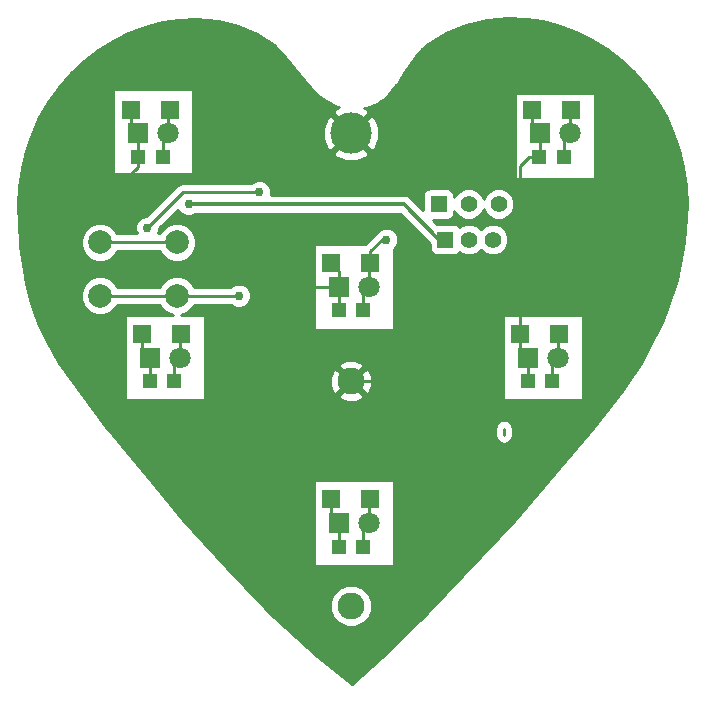
<source format=gtl>
G04 #@! TF.FileFunction,Copper,L1,Top,Signal*
%FSLAX46Y46*%
G04 Gerber Fmt 4.6, Leading zero omitted, Abs format (unit mm)*
G04 Created by KiCad (PCBNEW 4.0.7-e2-6376~58~ubuntu16.04.1) date Wed Mar 21 20:34:55 2018*
%MOMM*%
%LPD*%
G01*
G04 APERTURE LIST*
%ADD10C,0.100000*%
%ADD11R,1.198880X1.198880*%
%ADD12C,2.286000*%
%ADD13R,1.800000X1.800000*%
%ADD14C,1.800000*%
%ADD15R,1.500000X1.500000*%
%ADD16R,1.397000X1.397000*%
%ADD17C,1.397000*%
%ADD18C,2.000000*%
%ADD19C,3.500000*%
%ADD20C,0.762000*%
%ADD21C,0.254000*%
%ADD22C,0.350000*%
G04 APERTURE END LIST*
D10*
D11*
X131049020Y-131000000D03*
X128950980Y-131000000D03*
X131049020Y-111000000D03*
X128950980Y-111000000D03*
X115049020Y-117000000D03*
X112950980Y-117000000D03*
X147049020Y-117000000D03*
X144950980Y-117000000D03*
X114049020Y-98000000D03*
X111950980Y-98000000D03*
X148049020Y-98000000D03*
X145950980Y-98000000D03*
D12*
X130000000Y-117000000D03*
X130000000Y-136000000D03*
D13*
X129000000Y-129000000D03*
D14*
X131540000Y-129000000D03*
D13*
X129000000Y-109000000D03*
D14*
X131540000Y-109000000D03*
D13*
X113000000Y-115000000D03*
D14*
X115540000Y-115000000D03*
D13*
X145000000Y-115000000D03*
D14*
X147540000Y-115000000D03*
D13*
X112000000Y-96000000D03*
D14*
X114540000Y-96000000D03*
D13*
X146000000Y-96000000D03*
D14*
X148540000Y-96000000D03*
D15*
X131650000Y-127000000D03*
X128350000Y-127000000D03*
X131650000Y-107000000D03*
X128350000Y-107000000D03*
X115650000Y-113000000D03*
X112350000Y-113000000D03*
X147650000Y-113000000D03*
X144350000Y-113000000D03*
X114650000Y-94000000D03*
X111350000Y-94000000D03*
X148650000Y-94000000D03*
X145350000Y-94000000D03*
D16*
X138000000Y-105000000D03*
D17*
X140000000Y-105000000D03*
X142000000Y-105000000D03*
D16*
X137420000Y-102000000D03*
D17*
X139960000Y-102000000D03*
X142500000Y-102000000D03*
D18*
X108750000Y-105250000D03*
X108750000Y-109750000D03*
X115250000Y-105250000D03*
X115250000Y-109750000D03*
D19*
X130000000Y-96000000D03*
D20*
X109066210Y-101588527D03*
X125000000Y-108000000D03*
X119750000Y-103250000D03*
X135000000Y-101000000D03*
X137000000Y-117000000D03*
X112750000Y-104000000D03*
X122250000Y-101000000D03*
X133000000Y-105000000D03*
X116250000Y-102000000D03*
X120500000Y-109750000D03*
D21*
X142950000Y-121000000D02*
X142950000Y-121550000D01*
X108760000Y-101540000D02*
X108808527Y-101588527D01*
X109215893Y-101588527D02*
X109066210Y-101588527D01*
X111950980Y-98000000D02*
X111950980Y-98853440D01*
X108808527Y-101588527D02*
X109066210Y-101588527D01*
X111950980Y-98853440D02*
X109215893Y-101588527D01*
X130000000Y-117000000D02*
X123000000Y-110000000D01*
X123000000Y-110000000D02*
X119750000Y-106750000D01*
X129000000Y-109000000D02*
X124000000Y-109000000D01*
X124000000Y-109000000D02*
X123000000Y-110000000D01*
X119750000Y-103788815D02*
X119750000Y-103250000D01*
X119750000Y-106750000D02*
X119750000Y-103788815D01*
X146000000Y-96000000D02*
X146000000Y-97950980D01*
X146000000Y-97950980D02*
X145950980Y-98000000D01*
X144350000Y-98747540D02*
X145097540Y-98000000D01*
X145097540Y-98000000D02*
X145950980Y-98000000D01*
X135000000Y-101000000D02*
X134619001Y-100619001D01*
X134619001Y-100619001D02*
X130000000Y-96000000D01*
X144350000Y-113000000D02*
X144350000Y-98747540D01*
X130000000Y-117000000D02*
X137000000Y-117000000D01*
X130000000Y-117000000D02*
X128857001Y-118142999D01*
X129000000Y-109000000D02*
X129000000Y-107650000D01*
X129000000Y-107650000D02*
X128350000Y-107000000D01*
X128950980Y-111000000D02*
X128950980Y-109049020D01*
X128950980Y-109049020D02*
X129000000Y-109000000D01*
X129000000Y-111049020D02*
X128950980Y-111000000D01*
X112000000Y-96000000D02*
X112000000Y-97950980D01*
X112000000Y-97950980D02*
X111950980Y-98000000D01*
X111350000Y-94000000D02*
X111350000Y-95350000D01*
X111350000Y-95350000D02*
X112000000Y-96000000D01*
X113000000Y-115000000D02*
X113000000Y-116950980D01*
X113000000Y-116950980D02*
X112950980Y-117000000D01*
X112350000Y-113000000D02*
X112350000Y-114350000D01*
X112350000Y-114350000D02*
X113000000Y-115000000D01*
X129000000Y-129000000D02*
X129000000Y-130950980D01*
X129000000Y-130950980D02*
X128950980Y-131000000D01*
X128350000Y-127000000D02*
X128350000Y-128350000D01*
X128350000Y-128350000D02*
X129000000Y-129000000D01*
X145000000Y-115000000D02*
X145000000Y-116950980D01*
X145000000Y-116950980D02*
X144950980Y-117000000D01*
X144350000Y-113000000D02*
X144350000Y-114350000D01*
X144350000Y-114350000D02*
X145000000Y-115000000D01*
X145350000Y-94000000D02*
X145350000Y-95350000D01*
X145350000Y-95350000D02*
X146000000Y-96000000D01*
X131750000Y-126900000D02*
X131650000Y-127000000D01*
X131540000Y-129000000D02*
X131540000Y-127110000D01*
X131540000Y-127110000D02*
X131650000Y-127000000D01*
X131049020Y-131000000D02*
X131049020Y-129490980D01*
X131049020Y-129490980D02*
X131540000Y-129000000D01*
X113130999Y-103619001D02*
X112750000Y-104000000D01*
X115750000Y-101000000D02*
X113130999Y-103619001D01*
X122250000Y-101000000D02*
X115750000Y-101000000D01*
X132646000Y-105000000D02*
X133000000Y-105000000D01*
X131650000Y-107000000D02*
X131650000Y-105996000D01*
X131650000Y-105996000D02*
X132646000Y-105000000D01*
X131540000Y-109000000D02*
X131540000Y-107110000D01*
X131540000Y-107110000D02*
X131650000Y-107000000D01*
X131049020Y-111000000D02*
X131049020Y-109490980D01*
X131049020Y-109490980D02*
X131540000Y-109000000D01*
X115540000Y-115000000D02*
X115540000Y-113110000D01*
X115540000Y-113110000D02*
X115650000Y-113000000D01*
X115049020Y-117000000D02*
X115049020Y-115490980D01*
X115049020Y-115490980D02*
X115540000Y-115000000D01*
X147540000Y-115000000D02*
X147540000Y-113110000D01*
X147540000Y-113110000D02*
X147650000Y-113000000D01*
X147049020Y-117000000D02*
X147049020Y-115490980D01*
X147049020Y-115490980D02*
X147540000Y-115000000D01*
X114540000Y-96000000D02*
X114540000Y-94110000D01*
X114540000Y-94110000D02*
X114650000Y-94000000D01*
X114049020Y-98000000D02*
X114049020Y-96490980D01*
X114049020Y-96490980D02*
X114540000Y-96000000D01*
X148540000Y-96000000D02*
X148540000Y-94110000D01*
X148540000Y-94110000D02*
X148650000Y-94000000D01*
X148049020Y-98000000D02*
X148049020Y-96490980D01*
X148049020Y-96490980D02*
X148540000Y-96000000D01*
D22*
X116788815Y-102000000D02*
X116250000Y-102000000D01*
X134460000Y-102000000D02*
X116788815Y-102000000D01*
X137460000Y-105000000D02*
X134460000Y-102000000D01*
D21*
X108250000Y-105250000D02*
X114750000Y-105250000D01*
X114750000Y-109750000D02*
X113335787Y-109750000D01*
X113335787Y-109750000D02*
X108250000Y-109750000D01*
X120500000Y-109750000D02*
X114750000Y-109750000D01*
X140000000Y-102040000D02*
X139960000Y-102000000D01*
G36*
X144814349Y-86311239D02*
X146278791Y-86538916D01*
X147708443Y-86913246D01*
X149093566Y-87430091D01*
X150424317Y-88085318D01*
X151690805Y-88874801D01*
X152883152Y-89794447D01*
X153991534Y-90840266D01*
X154995872Y-91995647D01*
X155879977Y-93239871D01*
X156639696Y-94562769D01*
X157270774Y-95954011D01*
X157768942Y-97403189D01*
X158129964Y-98899864D01*
X158349633Y-100433572D01*
X158423606Y-101990260D01*
X158235914Y-105192327D01*
X157603683Y-108452597D01*
X156418121Y-111850825D01*
X154565493Y-115462560D01*
X152962196Y-117808079D01*
X150480564Y-120989777D01*
X143772851Y-128807755D01*
X136233284Y-136823917D01*
X132710820Y-140258807D01*
X130054607Y-142611745D01*
X127086799Y-140284931D01*
X123383817Y-136846750D01*
X122903981Y-136352114D01*
X128221692Y-136352114D01*
X128491806Y-137005840D01*
X128991529Y-137506436D01*
X129644782Y-137777691D01*
X130352114Y-137778308D01*
X131005840Y-137508194D01*
X131506436Y-137008471D01*
X131777691Y-136355218D01*
X131778308Y-135647886D01*
X131508194Y-134994160D01*
X131008471Y-134493564D01*
X130355218Y-134222309D01*
X129647886Y-134221692D01*
X128994160Y-134491806D01*
X128493564Y-134991529D01*
X128222309Y-135644782D01*
X128221692Y-136352114D01*
X122903981Y-136352114D01*
X119557881Y-132902812D01*
X115805745Y-128737885D01*
X113123419Y-125500000D01*
X126873000Y-125500000D01*
X126873000Y-132500000D01*
X126881685Y-132546159D01*
X126908965Y-132588553D01*
X126950590Y-132616994D01*
X127000000Y-132627000D01*
X133500000Y-132627000D01*
X133546159Y-132618315D01*
X133588553Y-132591035D01*
X133616994Y-132549410D01*
X133627000Y-132500000D01*
X133627000Y-125500000D01*
X133618315Y-125453841D01*
X133591035Y-125411447D01*
X133549410Y-125383006D01*
X133500000Y-125373000D01*
X127000000Y-125373000D01*
X126953841Y-125381685D01*
X126911447Y-125408965D01*
X126883006Y-125450590D01*
X126873000Y-125500000D01*
X113123419Y-125500000D01*
X109395532Y-121000000D01*
X142188000Y-121000000D01*
X142188000Y-121550000D01*
X142246004Y-121841605D01*
X142411185Y-122088815D01*
X142658395Y-122253996D01*
X142950000Y-122312000D01*
X143241605Y-122253996D01*
X143488815Y-122088815D01*
X143653996Y-121841605D01*
X143712000Y-121550000D01*
X143712000Y-121000000D01*
X143653996Y-120708395D01*
X143488815Y-120461185D01*
X143241605Y-120296004D01*
X142950000Y-120238000D01*
X142658395Y-120296004D01*
X142411185Y-120461185D01*
X142246004Y-120708395D01*
X142188000Y-121000000D01*
X109395532Y-121000000D01*
X109267714Y-120845709D01*
X105296926Y-115421800D01*
X104324528Y-113727738D01*
X103544786Y-112032679D01*
X102940044Y-110344399D01*
X102867503Y-110073795D01*
X107114716Y-110073795D01*
X107363106Y-110674943D01*
X107822637Y-111135278D01*
X108423352Y-111384716D01*
X109073795Y-111385284D01*
X109674943Y-111136894D01*
X110135278Y-110677363D01*
X110203943Y-110512000D01*
X113795779Y-110512000D01*
X113863106Y-110674943D01*
X114322637Y-111135278D01*
X114895137Y-111373000D01*
X111000000Y-111373000D01*
X110953841Y-111381685D01*
X110911447Y-111408965D01*
X110883006Y-111450590D01*
X110873000Y-111500000D01*
X110873000Y-118500000D01*
X110881685Y-118546159D01*
X110908965Y-118588553D01*
X110950590Y-118616994D01*
X111000000Y-118627000D01*
X117500000Y-118627000D01*
X117546159Y-118618315D01*
X117588553Y-118591035D01*
X117616994Y-118549410D01*
X117627000Y-118500000D01*
X117627000Y-118255963D01*
X128923642Y-118255963D01*
X129039806Y-118537658D01*
X129701333Y-118788062D01*
X130408329Y-118766249D01*
X130960194Y-118537658D01*
X131076358Y-118255963D01*
X130000000Y-117179605D01*
X128923642Y-118255963D01*
X117627000Y-118255963D01*
X117627000Y-116701333D01*
X128211938Y-116701333D01*
X128233751Y-117408329D01*
X128462342Y-117960194D01*
X128744037Y-118076358D01*
X129820395Y-117000000D01*
X130179605Y-117000000D01*
X131255963Y-118076358D01*
X131537658Y-117960194D01*
X131788062Y-117298667D01*
X131766249Y-116591671D01*
X131537658Y-116039806D01*
X131255963Y-115923642D01*
X130179605Y-117000000D01*
X129820395Y-117000000D01*
X128744037Y-115923642D01*
X128462342Y-116039806D01*
X128211938Y-116701333D01*
X117627000Y-116701333D01*
X117627000Y-115744037D01*
X128923642Y-115744037D01*
X130000000Y-116820395D01*
X131076358Y-115744037D01*
X130960194Y-115462342D01*
X130298667Y-115211938D01*
X129591671Y-115233751D01*
X129039806Y-115462342D01*
X128923642Y-115744037D01*
X117627000Y-115744037D01*
X117627000Y-111500000D01*
X117618315Y-111453841D01*
X117591035Y-111411447D01*
X117549410Y-111383006D01*
X117500000Y-111373000D01*
X115603524Y-111373000D01*
X116174943Y-111136894D01*
X116635278Y-110677363D01*
X116703943Y-110512000D01*
X119825082Y-110512000D01*
X119923731Y-110610821D01*
X120297018Y-110765824D01*
X120701208Y-110766176D01*
X121074766Y-110611825D01*
X121360821Y-110326269D01*
X121515824Y-109952982D01*
X121516176Y-109548792D01*
X121361825Y-109175234D01*
X121076269Y-108889179D01*
X120702982Y-108734176D01*
X120298792Y-108733824D01*
X119925234Y-108888175D01*
X119825235Y-108988000D01*
X116704221Y-108988000D01*
X116636894Y-108825057D01*
X116177363Y-108364722D01*
X115576648Y-108115284D01*
X114926205Y-108114716D01*
X114325057Y-108363106D01*
X113864722Y-108822637D01*
X113796057Y-108988000D01*
X110204221Y-108988000D01*
X110136894Y-108825057D01*
X109677363Y-108364722D01*
X109076648Y-108115284D01*
X108426205Y-108114716D01*
X107825057Y-108363106D01*
X107364722Y-108822637D01*
X107115284Y-109423352D01*
X107114716Y-110073795D01*
X102867503Y-110073795D01*
X102492619Y-108675361D01*
X102010069Y-105573795D01*
X107114716Y-105573795D01*
X107363106Y-106174943D01*
X107822637Y-106635278D01*
X108423352Y-106884716D01*
X109073795Y-106885284D01*
X109674943Y-106636894D01*
X110135278Y-106177363D01*
X110203943Y-106012000D01*
X113795779Y-106012000D01*
X113863106Y-106174943D01*
X114322637Y-106635278D01*
X114923352Y-106884716D01*
X115573795Y-106885284D01*
X116174943Y-106636894D01*
X116635278Y-106177363D01*
X116884716Y-105576648D01*
X116884782Y-105500000D01*
X126873000Y-105500000D01*
X126873000Y-112500000D01*
X126881685Y-112546159D01*
X126908965Y-112588553D01*
X126950590Y-112616994D01*
X127000000Y-112627000D01*
X133500000Y-112627000D01*
X133546159Y-112618315D01*
X133588553Y-112591035D01*
X133616994Y-112549410D01*
X133627000Y-112500000D01*
X133627000Y-111500000D01*
X142873000Y-111500000D01*
X142873000Y-118500000D01*
X142881685Y-118546159D01*
X142908965Y-118588553D01*
X142950590Y-118616994D01*
X143000000Y-118627000D01*
X149500000Y-118627000D01*
X149546159Y-118618315D01*
X149588553Y-118591035D01*
X149616994Y-118549410D01*
X149627000Y-118500000D01*
X149627000Y-111500000D01*
X149618315Y-111453841D01*
X149591035Y-111411447D01*
X149549410Y-111383006D01*
X149500000Y-111373000D01*
X143000000Y-111373000D01*
X142953841Y-111381685D01*
X142911447Y-111408965D01*
X142883006Y-111450590D01*
X142873000Y-111500000D01*
X133627000Y-111500000D01*
X133627000Y-105809682D01*
X133860821Y-105576269D01*
X134015824Y-105202982D01*
X134016176Y-104798792D01*
X133861825Y-104425234D01*
X133576269Y-104139179D01*
X133202982Y-103984176D01*
X132798792Y-103983824D01*
X132425234Y-104138175D01*
X132139179Y-104423731D01*
X132129941Y-104445979D01*
X132107185Y-104461184D01*
X131195370Y-105373000D01*
X127000000Y-105373000D01*
X126953841Y-105381685D01*
X126911447Y-105408965D01*
X126883006Y-105450590D01*
X126873000Y-105500000D01*
X116884782Y-105500000D01*
X116885284Y-104926205D01*
X116636894Y-104325057D01*
X116177363Y-103864722D01*
X115576648Y-103615284D01*
X114926205Y-103614716D01*
X114325057Y-103863106D01*
X113864722Y-104322637D01*
X113796057Y-104488000D01*
X113647474Y-104488000D01*
X113765824Y-104202982D01*
X113765947Y-104061683D01*
X115348613Y-102479018D01*
X115388175Y-102574766D01*
X115673731Y-102860821D01*
X116047018Y-103015824D01*
X116451208Y-103016176D01*
X116824766Y-102861825D01*
X116876682Y-102810000D01*
X134124488Y-102810000D01*
X136654060Y-105339573D01*
X136654060Y-105698500D01*
X136698338Y-105933817D01*
X136837410Y-106149941D01*
X137049610Y-106294931D01*
X137301500Y-106345940D01*
X138698500Y-106345940D01*
X138933817Y-106301662D01*
X139149941Y-106162590D01*
X139201307Y-106087413D01*
X139243647Y-106129827D01*
X139733587Y-106333268D01*
X140264086Y-106333731D01*
X140754380Y-106131146D01*
X141000100Y-105885855D01*
X141243647Y-106129827D01*
X141733587Y-106333268D01*
X142264086Y-106333731D01*
X142754380Y-106131146D01*
X143129827Y-105756353D01*
X143333268Y-105266413D01*
X143333731Y-104735914D01*
X143131146Y-104245620D01*
X142756353Y-103870173D01*
X142266413Y-103666732D01*
X141735914Y-103666269D01*
X141245620Y-103868854D01*
X140999900Y-104114145D01*
X140756353Y-103870173D01*
X140266413Y-103666732D01*
X139735914Y-103666269D01*
X139245620Y-103868854D01*
X139202429Y-103911970D01*
X139162590Y-103850059D01*
X138950390Y-103705069D01*
X138698500Y-103654060D01*
X137301500Y-103654060D01*
X137266213Y-103660700D01*
X136951453Y-103345940D01*
X138118500Y-103345940D01*
X138353817Y-103301662D01*
X138569941Y-103162590D01*
X138714931Y-102950390D01*
X138765940Y-102698500D01*
X138765940Y-102602116D01*
X138828854Y-102754380D01*
X139203647Y-103129827D01*
X139693587Y-103333268D01*
X140224086Y-103333731D01*
X140714380Y-103131146D01*
X141089827Y-102756353D01*
X141230094Y-102418554D01*
X141368854Y-102754380D01*
X141743647Y-103129827D01*
X142233587Y-103333268D01*
X142764086Y-103333731D01*
X143254380Y-103131146D01*
X143629827Y-102756353D01*
X143833268Y-102266413D01*
X143833731Y-101735914D01*
X143631146Y-101245620D01*
X143256353Y-100870173D01*
X142766413Y-100666732D01*
X142235914Y-100666269D01*
X141745620Y-100868854D01*
X141370173Y-101243647D01*
X141229906Y-101581446D01*
X141091146Y-101245620D01*
X140716353Y-100870173D01*
X140226413Y-100666732D01*
X139695914Y-100666269D01*
X139205620Y-100868854D01*
X138830173Y-101243647D01*
X138765940Y-101398337D01*
X138765940Y-101301500D01*
X138721662Y-101066183D01*
X138582590Y-100850059D01*
X138370390Y-100705069D01*
X138118500Y-100654060D01*
X136721500Y-100654060D01*
X136486183Y-100698338D01*
X136270059Y-100837410D01*
X136125069Y-101049610D01*
X136074060Y-101301500D01*
X136074060Y-102468548D01*
X135032756Y-101427244D01*
X134979142Y-101391420D01*
X134769974Y-101251658D01*
X134460000Y-101190000D01*
X123265835Y-101190000D01*
X123266176Y-100798792D01*
X123111825Y-100425234D01*
X122826269Y-100139179D01*
X122452982Y-99984176D01*
X122048792Y-99983824D01*
X121675234Y-100138175D01*
X121575235Y-100238000D01*
X115750000Y-100238000D01*
X115458395Y-100296004D01*
X115372722Y-100353249D01*
X115211185Y-100461184D01*
X112688424Y-102983946D01*
X112548792Y-102983824D01*
X112175234Y-103138175D01*
X111889179Y-103423731D01*
X111734176Y-103797018D01*
X111733824Y-104201208D01*
X111852324Y-104488000D01*
X110204221Y-104488000D01*
X110136894Y-104325057D01*
X109677363Y-103864722D01*
X109076648Y-103615284D01*
X108426205Y-103614716D01*
X107825057Y-103863106D01*
X107364722Y-104322637D01*
X107115284Y-104923352D01*
X107114716Y-105573795D01*
X102010069Y-105573795D01*
X101972833Y-105334467D01*
X101835527Y-102077646D01*
X101909765Y-100515326D01*
X102129432Y-98981620D01*
X102490455Y-97484945D01*
X102988631Y-96035756D01*
X103619717Y-94644504D01*
X104379442Y-93321609D01*
X105073662Y-92344619D01*
X109873000Y-92344619D01*
X109873000Y-99344619D01*
X109881685Y-99390778D01*
X109908965Y-99433172D01*
X109950590Y-99461613D01*
X110000000Y-99471619D01*
X116500000Y-99471619D01*
X116546159Y-99462934D01*
X116588553Y-99435654D01*
X116616994Y-99394029D01*
X116627000Y-99344619D01*
X116627000Y-97694528D01*
X128485077Y-97694528D01*
X128675364Y-98039271D01*
X129556591Y-98390956D01*
X130505323Y-98378641D01*
X131324636Y-98039271D01*
X131514923Y-97694528D01*
X130000000Y-96179605D01*
X128485077Y-97694528D01*
X116627000Y-97694528D01*
X116627000Y-95556591D01*
X127609044Y-95556591D01*
X127621359Y-96505323D01*
X127960729Y-97324636D01*
X128305472Y-97514923D01*
X129820395Y-96000000D01*
X130179605Y-96000000D01*
X131694528Y-97514923D01*
X132039271Y-97324636D01*
X132390956Y-96443409D01*
X132378641Y-95494677D01*
X132039271Y-94675364D01*
X131694528Y-94485077D01*
X130179605Y-96000000D01*
X129820395Y-96000000D01*
X128305472Y-94485077D01*
X127960729Y-94675364D01*
X127609044Y-95556591D01*
X116627000Y-95556591D01*
X116627000Y-92344619D01*
X116618315Y-92298460D01*
X116591035Y-92256066D01*
X116549410Y-92227625D01*
X116500000Y-92217619D01*
X110000000Y-92217619D01*
X109953841Y-92226304D01*
X109911447Y-92253584D01*
X109883006Y-92295209D01*
X109873000Y-92344619D01*
X105073662Y-92344619D01*
X105263542Y-92077397D01*
X106267898Y-90922004D01*
X107376292Y-89876176D01*
X108568631Y-88956536D01*
X109835124Y-88167053D01*
X111165870Y-87511831D01*
X112551006Y-86994985D01*
X113980662Y-86620660D01*
X115445098Y-86392991D01*
X116923354Y-86316744D01*
X118757090Y-86472848D01*
X120472977Y-86916553D01*
X122073854Y-87621862D01*
X123517583Y-88542807D01*
X124456488Y-89543827D01*
X125639017Y-90969632D01*
X126381561Y-91935980D01*
X126404773Y-91956308D01*
X126420846Y-91982648D01*
X127247675Y-92880469D01*
X127339648Y-92947554D01*
X127427504Y-93019935D01*
X128785098Y-93748895D01*
X128909291Y-93786826D01*
X129014487Y-93820260D01*
X128675364Y-93960729D01*
X128485077Y-94305472D01*
X130000000Y-95820395D01*
X131514923Y-94305472D01*
X131324636Y-93960729D01*
X131108023Y-93874282D01*
X131288935Y-93861293D01*
X131392471Y-93832859D01*
X131497911Y-93812595D01*
X132200115Y-93527048D01*
X132259862Y-93487684D01*
X132325815Y-93459934D01*
X132995512Y-93007040D01*
X133075113Y-92926547D01*
X133159453Y-92851046D01*
X133259928Y-92717300D01*
X143873000Y-92717300D01*
X143873000Y-99717300D01*
X143881685Y-99763459D01*
X143908965Y-99805853D01*
X143950590Y-99834294D01*
X144000000Y-99844300D01*
X150500000Y-99844300D01*
X150546159Y-99835615D01*
X150588553Y-99808335D01*
X150616994Y-99766710D01*
X150627000Y-99717300D01*
X150627000Y-92717300D01*
X150618315Y-92671141D01*
X150591035Y-92628747D01*
X150549410Y-92600306D01*
X150500000Y-92590300D01*
X144000000Y-92590300D01*
X143953841Y-92598985D01*
X143911447Y-92626265D01*
X143883006Y-92667890D01*
X143873000Y-92717300D01*
X133259928Y-92717300D01*
X133851734Y-91929526D01*
X133865794Y-91900265D01*
X133887849Y-91876443D01*
X134487357Y-90899788D01*
X135479890Y-89498042D01*
X135985717Y-88891899D01*
X136553923Y-88407674D01*
X138084994Y-87512278D01*
X139736126Y-86826004D01*
X141483922Y-86390002D01*
X143335788Y-86234967D01*
X144814349Y-86311239D01*
X144814349Y-86311239D01*
G37*
X144814349Y-86311239D02*
X146278791Y-86538916D01*
X147708443Y-86913246D01*
X149093566Y-87430091D01*
X150424317Y-88085318D01*
X151690805Y-88874801D01*
X152883152Y-89794447D01*
X153991534Y-90840266D01*
X154995872Y-91995647D01*
X155879977Y-93239871D01*
X156639696Y-94562769D01*
X157270774Y-95954011D01*
X157768942Y-97403189D01*
X158129964Y-98899864D01*
X158349633Y-100433572D01*
X158423606Y-101990260D01*
X158235914Y-105192327D01*
X157603683Y-108452597D01*
X156418121Y-111850825D01*
X154565493Y-115462560D01*
X152962196Y-117808079D01*
X150480564Y-120989777D01*
X143772851Y-128807755D01*
X136233284Y-136823917D01*
X132710820Y-140258807D01*
X130054607Y-142611745D01*
X127086799Y-140284931D01*
X123383817Y-136846750D01*
X122903981Y-136352114D01*
X128221692Y-136352114D01*
X128491806Y-137005840D01*
X128991529Y-137506436D01*
X129644782Y-137777691D01*
X130352114Y-137778308D01*
X131005840Y-137508194D01*
X131506436Y-137008471D01*
X131777691Y-136355218D01*
X131778308Y-135647886D01*
X131508194Y-134994160D01*
X131008471Y-134493564D01*
X130355218Y-134222309D01*
X129647886Y-134221692D01*
X128994160Y-134491806D01*
X128493564Y-134991529D01*
X128222309Y-135644782D01*
X128221692Y-136352114D01*
X122903981Y-136352114D01*
X119557881Y-132902812D01*
X115805745Y-128737885D01*
X113123419Y-125500000D01*
X126873000Y-125500000D01*
X126873000Y-132500000D01*
X126881685Y-132546159D01*
X126908965Y-132588553D01*
X126950590Y-132616994D01*
X127000000Y-132627000D01*
X133500000Y-132627000D01*
X133546159Y-132618315D01*
X133588553Y-132591035D01*
X133616994Y-132549410D01*
X133627000Y-132500000D01*
X133627000Y-125500000D01*
X133618315Y-125453841D01*
X133591035Y-125411447D01*
X133549410Y-125383006D01*
X133500000Y-125373000D01*
X127000000Y-125373000D01*
X126953841Y-125381685D01*
X126911447Y-125408965D01*
X126883006Y-125450590D01*
X126873000Y-125500000D01*
X113123419Y-125500000D01*
X109395532Y-121000000D01*
X142188000Y-121000000D01*
X142188000Y-121550000D01*
X142246004Y-121841605D01*
X142411185Y-122088815D01*
X142658395Y-122253996D01*
X142950000Y-122312000D01*
X143241605Y-122253996D01*
X143488815Y-122088815D01*
X143653996Y-121841605D01*
X143712000Y-121550000D01*
X143712000Y-121000000D01*
X143653996Y-120708395D01*
X143488815Y-120461185D01*
X143241605Y-120296004D01*
X142950000Y-120238000D01*
X142658395Y-120296004D01*
X142411185Y-120461185D01*
X142246004Y-120708395D01*
X142188000Y-121000000D01*
X109395532Y-121000000D01*
X109267714Y-120845709D01*
X105296926Y-115421800D01*
X104324528Y-113727738D01*
X103544786Y-112032679D01*
X102940044Y-110344399D01*
X102867503Y-110073795D01*
X107114716Y-110073795D01*
X107363106Y-110674943D01*
X107822637Y-111135278D01*
X108423352Y-111384716D01*
X109073795Y-111385284D01*
X109674943Y-111136894D01*
X110135278Y-110677363D01*
X110203943Y-110512000D01*
X113795779Y-110512000D01*
X113863106Y-110674943D01*
X114322637Y-111135278D01*
X114895137Y-111373000D01*
X111000000Y-111373000D01*
X110953841Y-111381685D01*
X110911447Y-111408965D01*
X110883006Y-111450590D01*
X110873000Y-111500000D01*
X110873000Y-118500000D01*
X110881685Y-118546159D01*
X110908965Y-118588553D01*
X110950590Y-118616994D01*
X111000000Y-118627000D01*
X117500000Y-118627000D01*
X117546159Y-118618315D01*
X117588553Y-118591035D01*
X117616994Y-118549410D01*
X117627000Y-118500000D01*
X117627000Y-118255963D01*
X128923642Y-118255963D01*
X129039806Y-118537658D01*
X129701333Y-118788062D01*
X130408329Y-118766249D01*
X130960194Y-118537658D01*
X131076358Y-118255963D01*
X130000000Y-117179605D01*
X128923642Y-118255963D01*
X117627000Y-118255963D01*
X117627000Y-116701333D01*
X128211938Y-116701333D01*
X128233751Y-117408329D01*
X128462342Y-117960194D01*
X128744037Y-118076358D01*
X129820395Y-117000000D01*
X130179605Y-117000000D01*
X131255963Y-118076358D01*
X131537658Y-117960194D01*
X131788062Y-117298667D01*
X131766249Y-116591671D01*
X131537658Y-116039806D01*
X131255963Y-115923642D01*
X130179605Y-117000000D01*
X129820395Y-117000000D01*
X128744037Y-115923642D01*
X128462342Y-116039806D01*
X128211938Y-116701333D01*
X117627000Y-116701333D01*
X117627000Y-115744037D01*
X128923642Y-115744037D01*
X130000000Y-116820395D01*
X131076358Y-115744037D01*
X130960194Y-115462342D01*
X130298667Y-115211938D01*
X129591671Y-115233751D01*
X129039806Y-115462342D01*
X128923642Y-115744037D01*
X117627000Y-115744037D01*
X117627000Y-111500000D01*
X117618315Y-111453841D01*
X117591035Y-111411447D01*
X117549410Y-111383006D01*
X117500000Y-111373000D01*
X115603524Y-111373000D01*
X116174943Y-111136894D01*
X116635278Y-110677363D01*
X116703943Y-110512000D01*
X119825082Y-110512000D01*
X119923731Y-110610821D01*
X120297018Y-110765824D01*
X120701208Y-110766176D01*
X121074766Y-110611825D01*
X121360821Y-110326269D01*
X121515824Y-109952982D01*
X121516176Y-109548792D01*
X121361825Y-109175234D01*
X121076269Y-108889179D01*
X120702982Y-108734176D01*
X120298792Y-108733824D01*
X119925234Y-108888175D01*
X119825235Y-108988000D01*
X116704221Y-108988000D01*
X116636894Y-108825057D01*
X116177363Y-108364722D01*
X115576648Y-108115284D01*
X114926205Y-108114716D01*
X114325057Y-108363106D01*
X113864722Y-108822637D01*
X113796057Y-108988000D01*
X110204221Y-108988000D01*
X110136894Y-108825057D01*
X109677363Y-108364722D01*
X109076648Y-108115284D01*
X108426205Y-108114716D01*
X107825057Y-108363106D01*
X107364722Y-108822637D01*
X107115284Y-109423352D01*
X107114716Y-110073795D01*
X102867503Y-110073795D01*
X102492619Y-108675361D01*
X102010069Y-105573795D01*
X107114716Y-105573795D01*
X107363106Y-106174943D01*
X107822637Y-106635278D01*
X108423352Y-106884716D01*
X109073795Y-106885284D01*
X109674943Y-106636894D01*
X110135278Y-106177363D01*
X110203943Y-106012000D01*
X113795779Y-106012000D01*
X113863106Y-106174943D01*
X114322637Y-106635278D01*
X114923352Y-106884716D01*
X115573795Y-106885284D01*
X116174943Y-106636894D01*
X116635278Y-106177363D01*
X116884716Y-105576648D01*
X116884782Y-105500000D01*
X126873000Y-105500000D01*
X126873000Y-112500000D01*
X126881685Y-112546159D01*
X126908965Y-112588553D01*
X126950590Y-112616994D01*
X127000000Y-112627000D01*
X133500000Y-112627000D01*
X133546159Y-112618315D01*
X133588553Y-112591035D01*
X133616994Y-112549410D01*
X133627000Y-112500000D01*
X133627000Y-111500000D01*
X142873000Y-111500000D01*
X142873000Y-118500000D01*
X142881685Y-118546159D01*
X142908965Y-118588553D01*
X142950590Y-118616994D01*
X143000000Y-118627000D01*
X149500000Y-118627000D01*
X149546159Y-118618315D01*
X149588553Y-118591035D01*
X149616994Y-118549410D01*
X149627000Y-118500000D01*
X149627000Y-111500000D01*
X149618315Y-111453841D01*
X149591035Y-111411447D01*
X149549410Y-111383006D01*
X149500000Y-111373000D01*
X143000000Y-111373000D01*
X142953841Y-111381685D01*
X142911447Y-111408965D01*
X142883006Y-111450590D01*
X142873000Y-111500000D01*
X133627000Y-111500000D01*
X133627000Y-105809682D01*
X133860821Y-105576269D01*
X134015824Y-105202982D01*
X134016176Y-104798792D01*
X133861825Y-104425234D01*
X133576269Y-104139179D01*
X133202982Y-103984176D01*
X132798792Y-103983824D01*
X132425234Y-104138175D01*
X132139179Y-104423731D01*
X132129941Y-104445979D01*
X132107185Y-104461184D01*
X131195370Y-105373000D01*
X127000000Y-105373000D01*
X126953841Y-105381685D01*
X126911447Y-105408965D01*
X126883006Y-105450590D01*
X126873000Y-105500000D01*
X116884782Y-105500000D01*
X116885284Y-104926205D01*
X116636894Y-104325057D01*
X116177363Y-103864722D01*
X115576648Y-103615284D01*
X114926205Y-103614716D01*
X114325057Y-103863106D01*
X113864722Y-104322637D01*
X113796057Y-104488000D01*
X113647474Y-104488000D01*
X113765824Y-104202982D01*
X113765947Y-104061683D01*
X115348613Y-102479018D01*
X115388175Y-102574766D01*
X115673731Y-102860821D01*
X116047018Y-103015824D01*
X116451208Y-103016176D01*
X116824766Y-102861825D01*
X116876682Y-102810000D01*
X134124488Y-102810000D01*
X136654060Y-105339573D01*
X136654060Y-105698500D01*
X136698338Y-105933817D01*
X136837410Y-106149941D01*
X137049610Y-106294931D01*
X137301500Y-106345940D01*
X138698500Y-106345940D01*
X138933817Y-106301662D01*
X139149941Y-106162590D01*
X139201307Y-106087413D01*
X139243647Y-106129827D01*
X139733587Y-106333268D01*
X140264086Y-106333731D01*
X140754380Y-106131146D01*
X141000100Y-105885855D01*
X141243647Y-106129827D01*
X141733587Y-106333268D01*
X142264086Y-106333731D01*
X142754380Y-106131146D01*
X143129827Y-105756353D01*
X143333268Y-105266413D01*
X143333731Y-104735914D01*
X143131146Y-104245620D01*
X142756353Y-103870173D01*
X142266413Y-103666732D01*
X141735914Y-103666269D01*
X141245620Y-103868854D01*
X140999900Y-104114145D01*
X140756353Y-103870173D01*
X140266413Y-103666732D01*
X139735914Y-103666269D01*
X139245620Y-103868854D01*
X139202429Y-103911970D01*
X139162590Y-103850059D01*
X138950390Y-103705069D01*
X138698500Y-103654060D01*
X137301500Y-103654060D01*
X137266213Y-103660700D01*
X136951453Y-103345940D01*
X138118500Y-103345940D01*
X138353817Y-103301662D01*
X138569941Y-103162590D01*
X138714931Y-102950390D01*
X138765940Y-102698500D01*
X138765940Y-102602116D01*
X138828854Y-102754380D01*
X139203647Y-103129827D01*
X139693587Y-103333268D01*
X140224086Y-103333731D01*
X140714380Y-103131146D01*
X141089827Y-102756353D01*
X141230094Y-102418554D01*
X141368854Y-102754380D01*
X141743647Y-103129827D01*
X142233587Y-103333268D01*
X142764086Y-103333731D01*
X143254380Y-103131146D01*
X143629827Y-102756353D01*
X143833268Y-102266413D01*
X143833731Y-101735914D01*
X143631146Y-101245620D01*
X143256353Y-100870173D01*
X142766413Y-100666732D01*
X142235914Y-100666269D01*
X141745620Y-100868854D01*
X141370173Y-101243647D01*
X141229906Y-101581446D01*
X141091146Y-101245620D01*
X140716353Y-100870173D01*
X140226413Y-100666732D01*
X139695914Y-100666269D01*
X139205620Y-100868854D01*
X138830173Y-101243647D01*
X138765940Y-101398337D01*
X138765940Y-101301500D01*
X138721662Y-101066183D01*
X138582590Y-100850059D01*
X138370390Y-100705069D01*
X138118500Y-100654060D01*
X136721500Y-100654060D01*
X136486183Y-100698338D01*
X136270059Y-100837410D01*
X136125069Y-101049610D01*
X136074060Y-101301500D01*
X136074060Y-102468548D01*
X135032756Y-101427244D01*
X134979142Y-101391420D01*
X134769974Y-101251658D01*
X134460000Y-101190000D01*
X123265835Y-101190000D01*
X123266176Y-100798792D01*
X123111825Y-100425234D01*
X122826269Y-100139179D01*
X122452982Y-99984176D01*
X122048792Y-99983824D01*
X121675234Y-100138175D01*
X121575235Y-100238000D01*
X115750000Y-100238000D01*
X115458395Y-100296004D01*
X115372722Y-100353249D01*
X115211185Y-100461184D01*
X112688424Y-102983946D01*
X112548792Y-102983824D01*
X112175234Y-103138175D01*
X111889179Y-103423731D01*
X111734176Y-103797018D01*
X111733824Y-104201208D01*
X111852324Y-104488000D01*
X110204221Y-104488000D01*
X110136894Y-104325057D01*
X109677363Y-103864722D01*
X109076648Y-103615284D01*
X108426205Y-103614716D01*
X107825057Y-103863106D01*
X107364722Y-104322637D01*
X107115284Y-104923352D01*
X107114716Y-105573795D01*
X102010069Y-105573795D01*
X101972833Y-105334467D01*
X101835527Y-102077646D01*
X101909765Y-100515326D01*
X102129432Y-98981620D01*
X102490455Y-97484945D01*
X102988631Y-96035756D01*
X103619717Y-94644504D01*
X104379442Y-93321609D01*
X105073662Y-92344619D01*
X109873000Y-92344619D01*
X109873000Y-99344619D01*
X109881685Y-99390778D01*
X109908965Y-99433172D01*
X109950590Y-99461613D01*
X110000000Y-99471619D01*
X116500000Y-99471619D01*
X116546159Y-99462934D01*
X116588553Y-99435654D01*
X116616994Y-99394029D01*
X116627000Y-99344619D01*
X116627000Y-97694528D01*
X128485077Y-97694528D01*
X128675364Y-98039271D01*
X129556591Y-98390956D01*
X130505323Y-98378641D01*
X131324636Y-98039271D01*
X131514923Y-97694528D01*
X130000000Y-96179605D01*
X128485077Y-97694528D01*
X116627000Y-97694528D01*
X116627000Y-95556591D01*
X127609044Y-95556591D01*
X127621359Y-96505323D01*
X127960729Y-97324636D01*
X128305472Y-97514923D01*
X129820395Y-96000000D01*
X130179605Y-96000000D01*
X131694528Y-97514923D01*
X132039271Y-97324636D01*
X132390956Y-96443409D01*
X132378641Y-95494677D01*
X132039271Y-94675364D01*
X131694528Y-94485077D01*
X130179605Y-96000000D01*
X129820395Y-96000000D01*
X128305472Y-94485077D01*
X127960729Y-94675364D01*
X127609044Y-95556591D01*
X116627000Y-95556591D01*
X116627000Y-92344619D01*
X116618315Y-92298460D01*
X116591035Y-92256066D01*
X116549410Y-92227625D01*
X116500000Y-92217619D01*
X110000000Y-92217619D01*
X109953841Y-92226304D01*
X109911447Y-92253584D01*
X109883006Y-92295209D01*
X109873000Y-92344619D01*
X105073662Y-92344619D01*
X105263542Y-92077397D01*
X106267898Y-90922004D01*
X107376292Y-89876176D01*
X108568631Y-88956536D01*
X109835124Y-88167053D01*
X111165870Y-87511831D01*
X112551006Y-86994985D01*
X113980662Y-86620660D01*
X115445098Y-86392991D01*
X116923354Y-86316744D01*
X118757090Y-86472848D01*
X120472977Y-86916553D01*
X122073854Y-87621862D01*
X123517583Y-88542807D01*
X124456488Y-89543827D01*
X125639017Y-90969632D01*
X126381561Y-91935980D01*
X126404773Y-91956308D01*
X126420846Y-91982648D01*
X127247675Y-92880469D01*
X127339648Y-92947554D01*
X127427504Y-93019935D01*
X128785098Y-93748895D01*
X128909291Y-93786826D01*
X129014487Y-93820260D01*
X128675364Y-93960729D01*
X128485077Y-94305472D01*
X130000000Y-95820395D01*
X131514923Y-94305472D01*
X131324636Y-93960729D01*
X131108023Y-93874282D01*
X131288935Y-93861293D01*
X131392471Y-93832859D01*
X131497911Y-93812595D01*
X132200115Y-93527048D01*
X132259862Y-93487684D01*
X132325815Y-93459934D01*
X132995512Y-93007040D01*
X133075113Y-92926547D01*
X133159453Y-92851046D01*
X133259928Y-92717300D01*
X143873000Y-92717300D01*
X143873000Y-99717300D01*
X143881685Y-99763459D01*
X143908965Y-99805853D01*
X143950590Y-99834294D01*
X144000000Y-99844300D01*
X150500000Y-99844300D01*
X150546159Y-99835615D01*
X150588553Y-99808335D01*
X150616994Y-99766710D01*
X150627000Y-99717300D01*
X150627000Y-92717300D01*
X150618315Y-92671141D01*
X150591035Y-92628747D01*
X150549410Y-92600306D01*
X150500000Y-92590300D01*
X144000000Y-92590300D01*
X143953841Y-92598985D01*
X143911447Y-92626265D01*
X143883006Y-92667890D01*
X143873000Y-92717300D01*
X133259928Y-92717300D01*
X133851734Y-91929526D01*
X133865794Y-91900265D01*
X133887849Y-91876443D01*
X134487357Y-90899788D01*
X135479890Y-89498042D01*
X135985717Y-88891899D01*
X136553923Y-88407674D01*
X138084994Y-87512278D01*
X139736126Y-86826004D01*
X141483922Y-86390002D01*
X143335788Y-86234967D01*
X144814349Y-86311239D01*
M02*

</source>
